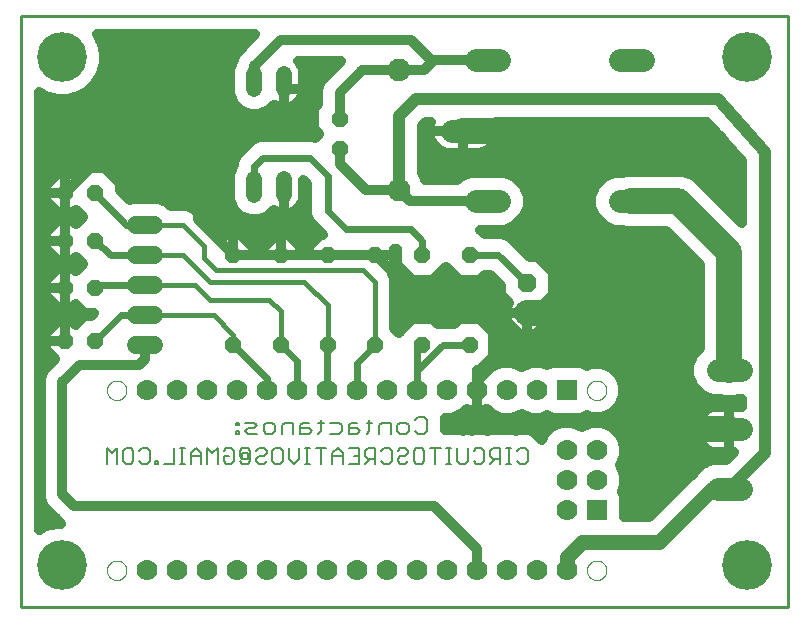
<source format=gbr>
G75*
%MOIN*%
%OFA0B0*%
%FSLAX25Y25*%
%IPPOS*%
%LPD*%
%AMOC8*
5,1,8,0,0,1.08239X$1,22.5*
%
%ADD10C,0.01000*%
%ADD11C,0.00800*%
%ADD12C,0.00700*%
%ADD13OC8,0.05600*%
%ADD14C,0.07600*%
%ADD15C,0.07800*%
%ADD16OC8,0.06299*%
%ADD17R,0.07000X0.07000*%
%ADD18C,0.07000*%
%ADD19C,0.00000*%
%ADD20C,0.05200*%
%ADD21C,0.06000*%
%ADD22C,0.02400*%
%ADD23C,0.01600*%
%ADD24C,0.03200*%
%ADD25C,0.08600*%
%ADD26C,0.05600*%
%ADD27C,0.05000*%
%ADD28C,0.04000*%
%ADD29C,0.16598*%
D10*
X0028343Y0006537D02*
X0028343Y0203387D01*
X0284249Y0203387D01*
X0284249Y0006537D01*
X0028343Y0006537D01*
D11*
X0100005Y0064024D02*
X0100972Y0064024D01*
X0100972Y0064991D01*
X0100005Y0064991D01*
X0100005Y0064024D01*
X0100005Y0066926D02*
X0100972Y0066926D01*
X0100972Y0067894D01*
X0100005Y0067894D01*
X0100005Y0066926D01*
X0103180Y0067894D02*
X0106082Y0067894D01*
X0107050Y0066926D01*
X0106082Y0065959D01*
X0104147Y0065959D01*
X0103180Y0064991D01*
X0104147Y0064024D01*
X0107050Y0064024D01*
X0109257Y0064991D02*
X0109257Y0066926D01*
X0110224Y0067894D01*
X0112159Y0067894D01*
X0113127Y0066926D01*
X0113127Y0064991D01*
X0112159Y0064024D01*
X0110224Y0064024D01*
X0109257Y0064991D01*
X0115334Y0064024D02*
X0115334Y0066926D01*
X0116301Y0067894D01*
X0119204Y0067894D01*
X0119204Y0064024D01*
X0121411Y0064024D02*
X0121411Y0066926D01*
X0122379Y0067894D01*
X0124314Y0067894D01*
X0124314Y0065959D02*
X0121411Y0065959D01*
X0121411Y0064024D02*
X0124314Y0064024D01*
X0125281Y0064991D01*
X0124314Y0065959D01*
X0127398Y0067894D02*
X0129333Y0067894D01*
X0128365Y0068861D02*
X0128365Y0064991D01*
X0127398Y0064024D01*
X0131540Y0064024D02*
X0134442Y0064024D01*
X0135410Y0064991D01*
X0135410Y0066926D01*
X0134442Y0067894D01*
X0131540Y0067894D01*
X0137617Y0066926D02*
X0137617Y0064024D01*
X0140519Y0064024D01*
X0141487Y0064991D01*
X0140519Y0065959D01*
X0137617Y0065959D01*
X0137617Y0066926D02*
X0138584Y0067894D01*
X0140519Y0067894D01*
X0143603Y0067894D02*
X0145538Y0067894D01*
X0144571Y0068861D02*
X0144571Y0064991D01*
X0143603Y0064024D01*
X0147746Y0064024D02*
X0147746Y0066926D01*
X0148713Y0067894D01*
X0151616Y0067894D01*
X0151616Y0064024D01*
X0153823Y0064991D02*
X0153823Y0066926D01*
X0154790Y0067894D01*
X0156725Y0067894D01*
X0157693Y0066926D01*
X0157693Y0064991D01*
X0156725Y0064024D01*
X0154790Y0064024D01*
X0153823Y0064991D01*
X0159900Y0064991D02*
X0160867Y0064024D01*
X0162802Y0064024D01*
X0163770Y0064991D01*
X0163770Y0068861D01*
X0162802Y0069829D01*
X0160867Y0069829D01*
X0159900Y0068861D01*
D12*
X0160241Y0059341D02*
X0159372Y0058473D01*
X0159372Y0054999D01*
X0160241Y0054131D01*
X0161977Y0054131D01*
X0162846Y0054999D01*
X0162846Y0058473D01*
X0161977Y0059341D01*
X0160241Y0059341D01*
X0157408Y0058473D02*
X0157408Y0057604D01*
X0156540Y0056736D01*
X0154803Y0056736D01*
X0153935Y0055868D01*
X0153935Y0054999D01*
X0154803Y0054131D01*
X0156540Y0054131D01*
X0157408Y0054999D01*
X0157408Y0058473D02*
X0156540Y0059341D01*
X0154803Y0059341D01*
X0153935Y0058473D01*
X0151970Y0058473D02*
X0151970Y0054999D01*
X0151102Y0054131D01*
X0149365Y0054131D01*
X0148497Y0054999D01*
X0146533Y0054131D02*
X0146533Y0059341D01*
X0143928Y0059341D01*
X0143059Y0058473D01*
X0143059Y0056736D01*
X0143928Y0055868D01*
X0146533Y0055868D01*
X0144796Y0055868D02*
X0143059Y0054131D01*
X0141095Y0054131D02*
X0137622Y0054131D01*
X0135657Y0054131D02*
X0135657Y0057604D01*
X0133920Y0059341D01*
X0132184Y0057604D01*
X0132184Y0054131D01*
X0132184Y0056736D02*
X0135657Y0056736D01*
X0139358Y0056736D02*
X0141095Y0056736D01*
X0141095Y0059341D02*
X0141095Y0054131D01*
X0141095Y0059341D02*
X0137622Y0059341D01*
X0130219Y0059341D02*
X0126746Y0059341D01*
X0128483Y0059341D02*
X0128483Y0054131D01*
X0124782Y0054131D02*
X0123045Y0054131D01*
X0123913Y0054131D02*
X0123913Y0059341D01*
X0123045Y0059341D02*
X0124782Y0059341D01*
X0121157Y0059341D02*
X0121157Y0055868D01*
X0119420Y0054131D01*
X0117683Y0055868D01*
X0117683Y0059341D01*
X0115719Y0058473D02*
X0115719Y0054999D01*
X0114851Y0054131D01*
X0113114Y0054131D01*
X0112246Y0054999D01*
X0112246Y0058473D01*
X0113114Y0059341D01*
X0114851Y0059341D01*
X0115719Y0058473D01*
X0110281Y0058473D02*
X0110281Y0057604D01*
X0109413Y0056736D01*
X0107676Y0056736D01*
X0106808Y0055868D01*
X0106808Y0054999D01*
X0107676Y0054131D01*
X0109413Y0054131D01*
X0110281Y0054999D01*
X0110281Y0058473D02*
X0109413Y0059341D01*
X0107676Y0059341D01*
X0106808Y0058473D01*
X0104843Y0058473D02*
X0103975Y0059341D01*
X0102238Y0059341D01*
X0101370Y0058473D01*
X0101370Y0056736D01*
X0102238Y0055868D01*
X0102238Y0057604D01*
X0103975Y0057604D01*
X0103975Y0055868D01*
X0102238Y0055868D01*
X0101370Y0054999D02*
X0102238Y0054131D01*
X0103975Y0054131D01*
X0104843Y0054999D01*
X0104843Y0058473D01*
X0099406Y0058473D02*
X0099406Y0054999D01*
X0098537Y0054131D01*
X0096801Y0054131D01*
X0095932Y0054999D01*
X0095932Y0056736D01*
X0097669Y0056736D01*
X0095932Y0058473D02*
X0096801Y0059341D01*
X0098537Y0059341D01*
X0099406Y0058473D01*
X0093968Y0059341D02*
X0093968Y0054131D01*
X0090495Y0054131D02*
X0090495Y0059341D01*
X0092231Y0057604D01*
X0093968Y0059341D01*
X0088530Y0057604D02*
X0086794Y0059341D01*
X0085057Y0057604D01*
X0085057Y0054131D01*
X0083093Y0054131D02*
X0081356Y0054131D01*
X0082224Y0054131D02*
X0082224Y0059341D01*
X0081356Y0059341D02*
X0083093Y0059341D01*
X0079467Y0059341D02*
X0079467Y0054131D01*
X0075994Y0054131D01*
X0074030Y0054131D02*
X0074030Y0054999D01*
X0073161Y0054999D01*
X0073161Y0054131D01*
X0074030Y0054131D01*
X0071311Y0054999D02*
X0070443Y0054131D01*
X0068706Y0054131D01*
X0067838Y0054999D01*
X0065873Y0054999D02*
X0065005Y0054131D01*
X0063268Y0054131D01*
X0062400Y0054999D01*
X0062400Y0058473D01*
X0063268Y0059341D01*
X0065005Y0059341D01*
X0065873Y0058473D01*
X0065873Y0054999D01*
X0067838Y0058473D02*
X0068706Y0059341D01*
X0070443Y0059341D01*
X0071311Y0058473D01*
X0071311Y0054999D01*
X0060436Y0054131D02*
X0060436Y0059341D01*
X0058699Y0057604D01*
X0056962Y0059341D01*
X0056962Y0054131D01*
X0085057Y0056736D02*
X0088530Y0056736D01*
X0088530Y0057604D02*
X0088530Y0054131D01*
X0148497Y0058473D02*
X0149365Y0059341D01*
X0151102Y0059341D01*
X0151970Y0058473D01*
X0164810Y0059341D02*
X0168283Y0059341D01*
X0166547Y0059341D02*
X0166547Y0054131D01*
X0170172Y0054131D02*
X0171909Y0054131D01*
X0171040Y0054131D02*
X0171040Y0059341D01*
X0170172Y0059341D02*
X0171909Y0059341D01*
X0173873Y0059341D02*
X0173873Y0054999D01*
X0174741Y0054131D01*
X0176478Y0054131D01*
X0177346Y0054999D01*
X0177346Y0059341D01*
X0179311Y0058473D02*
X0180179Y0059341D01*
X0181916Y0059341D01*
X0182784Y0058473D01*
X0182784Y0054999D01*
X0181916Y0054131D01*
X0180179Y0054131D01*
X0179311Y0054999D01*
X0184748Y0054131D02*
X0186485Y0055868D01*
X0185617Y0055868D02*
X0188222Y0055868D01*
X0188222Y0054131D02*
X0188222Y0059341D01*
X0185617Y0059341D01*
X0184748Y0058473D01*
X0184748Y0056736D01*
X0185617Y0055868D01*
X0190110Y0054131D02*
X0191847Y0054131D01*
X0190978Y0054131D02*
X0190978Y0059341D01*
X0190110Y0059341D02*
X0191847Y0059341D01*
X0193811Y0058473D02*
X0194680Y0059341D01*
X0196416Y0059341D01*
X0197285Y0058473D01*
X0197285Y0054999D01*
X0196416Y0054131D01*
X0194680Y0054131D01*
X0193811Y0054999D01*
D13*
X0177949Y0093899D03*
X0162201Y0093899D03*
X0146453Y0093899D03*
X0130705Y0093899D03*
X0114957Y0093899D03*
X0099209Y0093899D03*
X0099209Y0123899D03*
X0114957Y0123899D03*
X0130705Y0123899D03*
X0146453Y0123899D03*
X0162201Y0123899D03*
X0177949Y0123899D03*
X0134642Y0159254D03*
X0134642Y0169254D03*
X0053028Y0144332D03*
X0043028Y0144332D03*
X0043028Y0128584D03*
X0053028Y0128584D03*
X0053028Y0112836D03*
X0043028Y0112836D03*
X0043028Y0095120D03*
X0053028Y0095120D03*
D14*
X0154327Y0145277D03*
X0154327Y0185277D03*
D15*
X0179983Y0188659D02*
X0187783Y0188659D01*
X0179783Y0165159D02*
X0171983Y0165159D01*
X0179983Y0141659D02*
X0187783Y0141659D01*
X0227983Y0141659D02*
X0235783Y0141659D01*
X0235783Y0188659D02*
X0227983Y0188659D01*
X0260664Y0085292D02*
X0268464Y0085292D01*
X0268464Y0065592D02*
X0260664Y0065592D01*
X0260664Y0045892D02*
X0268464Y0045892D01*
D16*
X0197162Y0104293D03*
X0197162Y0114293D03*
D17*
X0210312Y0078663D03*
X0220312Y0038663D03*
D18*
X0210312Y0038663D03*
X0210312Y0048663D03*
X0220312Y0048663D03*
X0220312Y0058663D03*
X0210312Y0058663D03*
X0200312Y0078663D03*
X0190312Y0078663D03*
X0180312Y0078663D03*
X0170312Y0078663D03*
X0160312Y0078663D03*
X0150312Y0078663D03*
X0140312Y0078663D03*
X0130312Y0078663D03*
X0120312Y0078663D03*
X0110312Y0078663D03*
X0100312Y0078663D03*
X0090312Y0078663D03*
X0080312Y0078663D03*
X0070312Y0078663D03*
X0070312Y0018663D03*
X0080312Y0018663D03*
X0090312Y0018663D03*
X0100312Y0018663D03*
X0110312Y0018663D03*
X0120312Y0018663D03*
X0130312Y0018663D03*
X0140312Y0018663D03*
X0150312Y0018663D03*
X0160312Y0018663D03*
X0170312Y0018663D03*
X0180312Y0018663D03*
X0190312Y0018663D03*
X0200312Y0018663D03*
X0210312Y0018663D03*
D19*
X0217062Y0018663D02*
X0217064Y0018776D01*
X0217070Y0018890D01*
X0217080Y0019003D01*
X0217094Y0019115D01*
X0217111Y0019227D01*
X0217133Y0019339D01*
X0217159Y0019449D01*
X0217188Y0019559D01*
X0217221Y0019667D01*
X0217258Y0019775D01*
X0217299Y0019880D01*
X0217343Y0019985D01*
X0217391Y0020088D01*
X0217442Y0020189D01*
X0217497Y0020288D01*
X0217556Y0020385D01*
X0217618Y0020480D01*
X0217683Y0020573D01*
X0217751Y0020664D01*
X0217822Y0020752D01*
X0217897Y0020838D01*
X0217974Y0020921D01*
X0218054Y0021001D01*
X0218137Y0021078D01*
X0218223Y0021153D01*
X0218311Y0021224D01*
X0218402Y0021292D01*
X0218495Y0021357D01*
X0218590Y0021419D01*
X0218687Y0021478D01*
X0218786Y0021533D01*
X0218887Y0021584D01*
X0218990Y0021632D01*
X0219095Y0021676D01*
X0219200Y0021717D01*
X0219308Y0021754D01*
X0219416Y0021787D01*
X0219526Y0021816D01*
X0219636Y0021842D01*
X0219748Y0021864D01*
X0219860Y0021881D01*
X0219972Y0021895D01*
X0220085Y0021905D01*
X0220199Y0021911D01*
X0220312Y0021913D01*
X0220425Y0021911D01*
X0220539Y0021905D01*
X0220652Y0021895D01*
X0220764Y0021881D01*
X0220876Y0021864D01*
X0220988Y0021842D01*
X0221098Y0021816D01*
X0221208Y0021787D01*
X0221316Y0021754D01*
X0221424Y0021717D01*
X0221529Y0021676D01*
X0221634Y0021632D01*
X0221737Y0021584D01*
X0221838Y0021533D01*
X0221937Y0021478D01*
X0222034Y0021419D01*
X0222129Y0021357D01*
X0222222Y0021292D01*
X0222313Y0021224D01*
X0222401Y0021153D01*
X0222487Y0021078D01*
X0222570Y0021001D01*
X0222650Y0020921D01*
X0222727Y0020838D01*
X0222802Y0020752D01*
X0222873Y0020664D01*
X0222941Y0020573D01*
X0223006Y0020480D01*
X0223068Y0020385D01*
X0223127Y0020288D01*
X0223182Y0020189D01*
X0223233Y0020088D01*
X0223281Y0019985D01*
X0223325Y0019880D01*
X0223366Y0019775D01*
X0223403Y0019667D01*
X0223436Y0019559D01*
X0223465Y0019449D01*
X0223491Y0019339D01*
X0223513Y0019227D01*
X0223530Y0019115D01*
X0223544Y0019003D01*
X0223554Y0018890D01*
X0223560Y0018776D01*
X0223562Y0018663D01*
X0223560Y0018550D01*
X0223554Y0018436D01*
X0223544Y0018323D01*
X0223530Y0018211D01*
X0223513Y0018099D01*
X0223491Y0017987D01*
X0223465Y0017877D01*
X0223436Y0017767D01*
X0223403Y0017659D01*
X0223366Y0017551D01*
X0223325Y0017446D01*
X0223281Y0017341D01*
X0223233Y0017238D01*
X0223182Y0017137D01*
X0223127Y0017038D01*
X0223068Y0016941D01*
X0223006Y0016846D01*
X0222941Y0016753D01*
X0222873Y0016662D01*
X0222802Y0016574D01*
X0222727Y0016488D01*
X0222650Y0016405D01*
X0222570Y0016325D01*
X0222487Y0016248D01*
X0222401Y0016173D01*
X0222313Y0016102D01*
X0222222Y0016034D01*
X0222129Y0015969D01*
X0222034Y0015907D01*
X0221937Y0015848D01*
X0221838Y0015793D01*
X0221737Y0015742D01*
X0221634Y0015694D01*
X0221529Y0015650D01*
X0221424Y0015609D01*
X0221316Y0015572D01*
X0221208Y0015539D01*
X0221098Y0015510D01*
X0220988Y0015484D01*
X0220876Y0015462D01*
X0220764Y0015445D01*
X0220652Y0015431D01*
X0220539Y0015421D01*
X0220425Y0015415D01*
X0220312Y0015413D01*
X0220199Y0015415D01*
X0220085Y0015421D01*
X0219972Y0015431D01*
X0219860Y0015445D01*
X0219748Y0015462D01*
X0219636Y0015484D01*
X0219526Y0015510D01*
X0219416Y0015539D01*
X0219308Y0015572D01*
X0219200Y0015609D01*
X0219095Y0015650D01*
X0218990Y0015694D01*
X0218887Y0015742D01*
X0218786Y0015793D01*
X0218687Y0015848D01*
X0218590Y0015907D01*
X0218495Y0015969D01*
X0218402Y0016034D01*
X0218311Y0016102D01*
X0218223Y0016173D01*
X0218137Y0016248D01*
X0218054Y0016325D01*
X0217974Y0016405D01*
X0217897Y0016488D01*
X0217822Y0016574D01*
X0217751Y0016662D01*
X0217683Y0016753D01*
X0217618Y0016846D01*
X0217556Y0016941D01*
X0217497Y0017038D01*
X0217442Y0017137D01*
X0217391Y0017238D01*
X0217343Y0017341D01*
X0217299Y0017446D01*
X0217258Y0017551D01*
X0217221Y0017659D01*
X0217188Y0017767D01*
X0217159Y0017877D01*
X0217133Y0017987D01*
X0217111Y0018099D01*
X0217094Y0018211D01*
X0217080Y0018323D01*
X0217070Y0018436D01*
X0217064Y0018550D01*
X0217062Y0018663D01*
X0217062Y0078663D02*
X0217064Y0078776D01*
X0217070Y0078890D01*
X0217080Y0079003D01*
X0217094Y0079115D01*
X0217111Y0079227D01*
X0217133Y0079339D01*
X0217159Y0079449D01*
X0217188Y0079559D01*
X0217221Y0079667D01*
X0217258Y0079775D01*
X0217299Y0079880D01*
X0217343Y0079985D01*
X0217391Y0080088D01*
X0217442Y0080189D01*
X0217497Y0080288D01*
X0217556Y0080385D01*
X0217618Y0080480D01*
X0217683Y0080573D01*
X0217751Y0080664D01*
X0217822Y0080752D01*
X0217897Y0080838D01*
X0217974Y0080921D01*
X0218054Y0081001D01*
X0218137Y0081078D01*
X0218223Y0081153D01*
X0218311Y0081224D01*
X0218402Y0081292D01*
X0218495Y0081357D01*
X0218590Y0081419D01*
X0218687Y0081478D01*
X0218786Y0081533D01*
X0218887Y0081584D01*
X0218990Y0081632D01*
X0219095Y0081676D01*
X0219200Y0081717D01*
X0219308Y0081754D01*
X0219416Y0081787D01*
X0219526Y0081816D01*
X0219636Y0081842D01*
X0219748Y0081864D01*
X0219860Y0081881D01*
X0219972Y0081895D01*
X0220085Y0081905D01*
X0220199Y0081911D01*
X0220312Y0081913D01*
X0220425Y0081911D01*
X0220539Y0081905D01*
X0220652Y0081895D01*
X0220764Y0081881D01*
X0220876Y0081864D01*
X0220988Y0081842D01*
X0221098Y0081816D01*
X0221208Y0081787D01*
X0221316Y0081754D01*
X0221424Y0081717D01*
X0221529Y0081676D01*
X0221634Y0081632D01*
X0221737Y0081584D01*
X0221838Y0081533D01*
X0221937Y0081478D01*
X0222034Y0081419D01*
X0222129Y0081357D01*
X0222222Y0081292D01*
X0222313Y0081224D01*
X0222401Y0081153D01*
X0222487Y0081078D01*
X0222570Y0081001D01*
X0222650Y0080921D01*
X0222727Y0080838D01*
X0222802Y0080752D01*
X0222873Y0080664D01*
X0222941Y0080573D01*
X0223006Y0080480D01*
X0223068Y0080385D01*
X0223127Y0080288D01*
X0223182Y0080189D01*
X0223233Y0080088D01*
X0223281Y0079985D01*
X0223325Y0079880D01*
X0223366Y0079775D01*
X0223403Y0079667D01*
X0223436Y0079559D01*
X0223465Y0079449D01*
X0223491Y0079339D01*
X0223513Y0079227D01*
X0223530Y0079115D01*
X0223544Y0079003D01*
X0223554Y0078890D01*
X0223560Y0078776D01*
X0223562Y0078663D01*
X0223560Y0078550D01*
X0223554Y0078436D01*
X0223544Y0078323D01*
X0223530Y0078211D01*
X0223513Y0078099D01*
X0223491Y0077987D01*
X0223465Y0077877D01*
X0223436Y0077767D01*
X0223403Y0077659D01*
X0223366Y0077551D01*
X0223325Y0077446D01*
X0223281Y0077341D01*
X0223233Y0077238D01*
X0223182Y0077137D01*
X0223127Y0077038D01*
X0223068Y0076941D01*
X0223006Y0076846D01*
X0222941Y0076753D01*
X0222873Y0076662D01*
X0222802Y0076574D01*
X0222727Y0076488D01*
X0222650Y0076405D01*
X0222570Y0076325D01*
X0222487Y0076248D01*
X0222401Y0076173D01*
X0222313Y0076102D01*
X0222222Y0076034D01*
X0222129Y0075969D01*
X0222034Y0075907D01*
X0221937Y0075848D01*
X0221838Y0075793D01*
X0221737Y0075742D01*
X0221634Y0075694D01*
X0221529Y0075650D01*
X0221424Y0075609D01*
X0221316Y0075572D01*
X0221208Y0075539D01*
X0221098Y0075510D01*
X0220988Y0075484D01*
X0220876Y0075462D01*
X0220764Y0075445D01*
X0220652Y0075431D01*
X0220539Y0075421D01*
X0220425Y0075415D01*
X0220312Y0075413D01*
X0220199Y0075415D01*
X0220085Y0075421D01*
X0219972Y0075431D01*
X0219860Y0075445D01*
X0219748Y0075462D01*
X0219636Y0075484D01*
X0219526Y0075510D01*
X0219416Y0075539D01*
X0219308Y0075572D01*
X0219200Y0075609D01*
X0219095Y0075650D01*
X0218990Y0075694D01*
X0218887Y0075742D01*
X0218786Y0075793D01*
X0218687Y0075848D01*
X0218590Y0075907D01*
X0218495Y0075969D01*
X0218402Y0076034D01*
X0218311Y0076102D01*
X0218223Y0076173D01*
X0218137Y0076248D01*
X0218054Y0076325D01*
X0217974Y0076405D01*
X0217897Y0076488D01*
X0217822Y0076574D01*
X0217751Y0076662D01*
X0217683Y0076753D01*
X0217618Y0076846D01*
X0217556Y0076941D01*
X0217497Y0077038D01*
X0217442Y0077137D01*
X0217391Y0077238D01*
X0217343Y0077341D01*
X0217299Y0077446D01*
X0217258Y0077551D01*
X0217221Y0077659D01*
X0217188Y0077767D01*
X0217159Y0077877D01*
X0217133Y0077987D01*
X0217111Y0078099D01*
X0217094Y0078211D01*
X0217080Y0078323D01*
X0217070Y0078436D01*
X0217064Y0078550D01*
X0217062Y0078663D01*
X0057062Y0078663D02*
X0057064Y0078776D01*
X0057070Y0078890D01*
X0057080Y0079003D01*
X0057094Y0079115D01*
X0057111Y0079227D01*
X0057133Y0079339D01*
X0057159Y0079449D01*
X0057188Y0079559D01*
X0057221Y0079667D01*
X0057258Y0079775D01*
X0057299Y0079880D01*
X0057343Y0079985D01*
X0057391Y0080088D01*
X0057442Y0080189D01*
X0057497Y0080288D01*
X0057556Y0080385D01*
X0057618Y0080480D01*
X0057683Y0080573D01*
X0057751Y0080664D01*
X0057822Y0080752D01*
X0057897Y0080838D01*
X0057974Y0080921D01*
X0058054Y0081001D01*
X0058137Y0081078D01*
X0058223Y0081153D01*
X0058311Y0081224D01*
X0058402Y0081292D01*
X0058495Y0081357D01*
X0058590Y0081419D01*
X0058687Y0081478D01*
X0058786Y0081533D01*
X0058887Y0081584D01*
X0058990Y0081632D01*
X0059095Y0081676D01*
X0059200Y0081717D01*
X0059308Y0081754D01*
X0059416Y0081787D01*
X0059526Y0081816D01*
X0059636Y0081842D01*
X0059748Y0081864D01*
X0059860Y0081881D01*
X0059972Y0081895D01*
X0060085Y0081905D01*
X0060199Y0081911D01*
X0060312Y0081913D01*
X0060425Y0081911D01*
X0060539Y0081905D01*
X0060652Y0081895D01*
X0060764Y0081881D01*
X0060876Y0081864D01*
X0060988Y0081842D01*
X0061098Y0081816D01*
X0061208Y0081787D01*
X0061316Y0081754D01*
X0061424Y0081717D01*
X0061529Y0081676D01*
X0061634Y0081632D01*
X0061737Y0081584D01*
X0061838Y0081533D01*
X0061937Y0081478D01*
X0062034Y0081419D01*
X0062129Y0081357D01*
X0062222Y0081292D01*
X0062313Y0081224D01*
X0062401Y0081153D01*
X0062487Y0081078D01*
X0062570Y0081001D01*
X0062650Y0080921D01*
X0062727Y0080838D01*
X0062802Y0080752D01*
X0062873Y0080664D01*
X0062941Y0080573D01*
X0063006Y0080480D01*
X0063068Y0080385D01*
X0063127Y0080288D01*
X0063182Y0080189D01*
X0063233Y0080088D01*
X0063281Y0079985D01*
X0063325Y0079880D01*
X0063366Y0079775D01*
X0063403Y0079667D01*
X0063436Y0079559D01*
X0063465Y0079449D01*
X0063491Y0079339D01*
X0063513Y0079227D01*
X0063530Y0079115D01*
X0063544Y0079003D01*
X0063554Y0078890D01*
X0063560Y0078776D01*
X0063562Y0078663D01*
X0063560Y0078550D01*
X0063554Y0078436D01*
X0063544Y0078323D01*
X0063530Y0078211D01*
X0063513Y0078099D01*
X0063491Y0077987D01*
X0063465Y0077877D01*
X0063436Y0077767D01*
X0063403Y0077659D01*
X0063366Y0077551D01*
X0063325Y0077446D01*
X0063281Y0077341D01*
X0063233Y0077238D01*
X0063182Y0077137D01*
X0063127Y0077038D01*
X0063068Y0076941D01*
X0063006Y0076846D01*
X0062941Y0076753D01*
X0062873Y0076662D01*
X0062802Y0076574D01*
X0062727Y0076488D01*
X0062650Y0076405D01*
X0062570Y0076325D01*
X0062487Y0076248D01*
X0062401Y0076173D01*
X0062313Y0076102D01*
X0062222Y0076034D01*
X0062129Y0075969D01*
X0062034Y0075907D01*
X0061937Y0075848D01*
X0061838Y0075793D01*
X0061737Y0075742D01*
X0061634Y0075694D01*
X0061529Y0075650D01*
X0061424Y0075609D01*
X0061316Y0075572D01*
X0061208Y0075539D01*
X0061098Y0075510D01*
X0060988Y0075484D01*
X0060876Y0075462D01*
X0060764Y0075445D01*
X0060652Y0075431D01*
X0060539Y0075421D01*
X0060425Y0075415D01*
X0060312Y0075413D01*
X0060199Y0075415D01*
X0060085Y0075421D01*
X0059972Y0075431D01*
X0059860Y0075445D01*
X0059748Y0075462D01*
X0059636Y0075484D01*
X0059526Y0075510D01*
X0059416Y0075539D01*
X0059308Y0075572D01*
X0059200Y0075609D01*
X0059095Y0075650D01*
X0058990Y0075694D01*
X0058887Y0075742D01*
X0058786Y0075793D01*
X0058687Y0075848D01*
X0058590Y0075907D01*
X0058495Y0075969D01*
X0058402Y0076034D01*
X0058311Y0076102D01*
X0058223Y0076173D01*
X0058137Y0076248D01*
X0058054Y0076325D01*
X0057974Y0076405D01*
X0057897Y0076488D01*
X0057822Y0076574D01*
X0057751Y0076662D01*
X0057683Y0076753D01*
X0057618Y0076846D01*
X0057556Y0076941D01*
X0057497Y0077038D01*
X0057442Y0077137D01*
X0057391Y0077238D01*
X0057343Y0077341D01*
X0057299Y0077446D01*
X0057258Y0077551D01*
X0057221Y0077659D01*
X0057188Y0077767D01*
X0057159Y0077877D01*
X0057133Y0077987D01*
X0057111Y0078099D01*
X0057094Y0078211D01*
X0057080Y0078323D01*
X0057070Y0078436D01*
X0057064Y0078550D01*
X0057062Y0078663D01*
X0057062Y0018663D02*
X0057064Y0018776D01*
X0057070Y0018890D01*
X0057080Y0019003D01*
X0057094Y0019115D01*
X0057111Y0019227D01*
X0057133Y0019339D01*
X0057159Y0019449D01*
X0057188Y0019559D01*
X0057221Y0019667D01*
X0057258Y0019775D01*
X0057299Y0019880D01*
X0057343Y0019985D01*
X0057391Y0020088D01*
X0057442Y0020189D01*
X0057497Y0020288D01*
X0057556Y0020385D01*
X0057618Y0020480D01*
X0057683Y0020573D01*
X0057751Y0020664D01*
X0057822Y0020752D01*
X0057897Y0020838D01*
X0057974Y0020921D01*
X0058054Y0021001D01*
X0058137Y0021078D01*
X0058223Y0021153D01*
X0058311Y0021224D01*
X0058402Y0021292D01*
X0058495Y0021357D01*
X0058590Y0021419D01*
X0058687Y0021478D01*
X0058786Y0021533D01*
X0058887Y0021584D01*
X0058990Y0021632D01*
X0059095Y0021676D01*
X0059200Y0021717D01*
X0059308Y0021754D01*
X0059416Y0021787D01*
X0059526Y0021816D01*
X0059636Y0021842D01*
X0059748Y0021864D01*
X0059860Y0021881D01*
X0059972Y0021895D01*
X0060085Y0021905D01*
X0060199Y0021911D01*
X0060312Y0021913D01*
X0060425Y0021911D01*
X0060539Y0021905D01*
X0060652Y0021895D01*
X0060764Y0021881D01*
X0060876Y0021864D01*
X0060988Y0021842D01*
X0061098Y0021816D01*
X0061208Y0021787D01*
X0061316Y0021754D01*
X0061424Y0021717D01*
X0061529Y0021676D01*
X0061634Y0021632D01*
X0061737Y0021584D01*
X0061838Y0021533D01*
X0061937Y0021478D01*
X0062034Y0021419D01*
X0062129Y0021357D01*
X0062222Y0021292D01*
X0062313Y0021224D01*
X0062401Y0021153D01*
X0062487Y0021078D01*
X0062570Y0021001D01*
X0062650Y0020921D01*
X0062727Y0020838D01*
X0062802Y0020752D01*
X0062873Y0020664D01*
X0062941Y0020573D01*
X0063006Y0020480D01*
X0063068Y0020385D01*
X0063127Y0020288D01*
X0063182Y0020189D01*
X0063233Y0020088D01*
X0063281Y0019985D01*
X0063325Y0019880D01*
X0063366Y0019775D01*
X0063403Y0019667D01*
X0063436Y0019559D01*
X0063465Y0019449D01*
X0063491Y0019339D01*
X0063513Y0019227D01*
X0063530Y0019115D01*
X0063544Y0019003D01*
X0063554Y0018890D01*
X0063560Y0018776D01*
X0063562Y0018663D01*
X0063560Y0018550D01*
X0063554Y0018436D01*
X0063544Y0018323D01*
X0063530Y0018211D01*
X0063513Y0018099D01*
X0063491Y0017987D01*
X0063465Y0017877D01*
X0063436Y0017767D01*
X0063403Y0017659D01*
X0063366Y0017551D01*
X0063325Y0017446D01*
X0063281Y0017341D01*
X0063233Y0017238D01*
X0063182Y0017137D01*
X0063127Y0017038D01*
X0063068Y0016941D01*
X0063006Y0016846D01*
X0062941Y0016753D01*
X0062873Y0016662D01*
X0062802Y0016574D01*
X0062727Y0016488D01*
X0062650Y0016405D01*
X0062570Y0016325D01*
X0062487Y0016248D01*
X0062401Y0016173D01*
X0062313Y0016102D01*
X0062222Y0016034D01*
X0062129Y0015969D01*
X0062034Y0015907D01*
X0061937Y0015848D01*
X0061838Y0015793D01*
X0061737Y0015742D01*
X0061634Y0015694D01*
X0061529Y0015650D01*
X0061424Y0015609D01*
X0061316Y0015572D01*
X0061208Y0015539D01*
X0061098Y0015510D01*
X0060988Y0015484D01*
X0060876Y0015462D01*
X0060764Y0015445D01*
X0060652Y0015431D01*
X0060539Y0015421D01*
X0060425Y0015415D01*
X0060312Y0015413D01*
X0060199Y0015415D01*
X0060085Y0015421D01*
X0059972Y0015431D01*
X0059860Y0015445D01*
X0059748Y0015462D01*
X0059636Y0015484D01*
X0059526Y0015510D01*
X0059416Y0015539D01*
X0059308Y0015572D01*
X0059200Y0015609D01*
X0059095Y0015650D01*
X0058990Y0015694D01*
X0058887Y0015742D01*
X0058786Y0015793D01*
X0058687Y0015848D01*
X0058590Y0015907D01*
X0058495Y0015969D01*
X0058402Y0016034D01*
X0058311Y0016102D01*
X0058223Y0016173D01*
X0058137Y0016248D01*
X0058054Y0016325D01*
X0057974Y0016405D01*
X0057897Y0016488D01*
X0057822Y0016574D01*
X0057751Y0016662D01*
X0057683Y0016753D01*
X0057618Y0016846D01*
X0057556Y0016941D01*
X0057497Y0017038D01*
X0057442Y0017137D01*
X0057391Y0017238D01*
X0057343Y0017341D01*
X0057299Y0017446D01*
X0057258Y0017551D01*
X0057221Y0017659D01*
X0057188Y0017767D01*
X0057159Y0017877D01*
X0057133Y0017987D01*
X0057111Y0018099D01*
X0057094Y0018211D01*
X0057080Y0018323D01*
X0057070Y0018436D01*
X0057064Y0018550D01*
X0057062Y0018663D01*
D20*
X0106217Y0143817D02*
X0106217Y0149017D01*
X0116217Y0149017D02*
X0116217Y0143817D01*
X0116217Y0179017D02*
X0116217Y0184217D01*
X0106217Y0184217D02*
X0106217Y0179017D01*
D21*
X0072642Y0133663D02*
X0066642Y0133663D01*
X0066642Y0123663D02*
X0072642Y0123663D01*
X0072642Y0113663D02*
X0066642Y0113663D01*
X0066642Y0103663D02*
X0072642Y0103663D01*
X0072642Y0093663D02*
X0066642Y0093663D01*
D22*
X0069642Y0103663D02*
X0061808Y0103663D01*
X0053028Y0095120D01*
X0053028Y0112836D02*
X0053501Y0113663D01*
X0069642Y0113663D01*
X0069642Y0123663D02*
X0058304Y0123663D01*
X0053028Y0128584D01*
X0063461Y0133663D02*
X0053028Y0144332D01*
X0063461Y0133663D02*
X0069642Y0133663D01*
X0106217Y0149017D02*
X0106217Y0153309D01*
X0109052Y0156143D01*
X0124800Y0156143D01*
X0130705Y0150238D01*
X0130705Y0138427D01*
X0136611Y0132521D01*
X0158264Y0132521D01*
X0162201Y0128584D01*
X0162201Y0123899D01*
X0177949Y0123899D02*
X0187556Y0123899D01*
X0197162Y0114293D01*
X0177949Y0093899D02*
X0168934Y0093899D01*
X0160312Y0085277D01*
X0160312Y0078663D01*
X0160312Y0085277D02*
X0160312Y0092009D01*
X0162201Y0093899D01*
X0146453Y0093899D02*
X0140312Y0087757D01*
X0140312Y0078663D01*
X0130312Y0078663D02*
X0130312Y0093506D01*
X0130705Y0093899D01*
X0120312Y0088545D02*
X0120312Y0078663D01*
X0120312Y0088545D02*
X0114957Y0093899D01*
X0110312Y0082797D02*
X0110312Y0078663D01*
X0110312Y0082797D02*
X0099209Y0093899D01*
D23*
X0099209Y0097088D01*
X0092635Y0103663D01*
X0069642Y0103663D01*
X0069642Y0113663D02*
X0086572Y0113663D01*
X0091335Y0108899D01*
X0111020Y0108899D01*
X0114957Y0104962D01*
X0114957Y0093899D01*
X0130705Y0093899D02*
X0130705Y0106931D01*
X0122831Y0114805D01*
X0091335Y0114805D01*
X0082477Y0123663D01*
X0069642Y0123663D01*
X0069642Y0133663D02*
X0082320Y0133663D01*
X0089367Y0126616D01*
X0089367Y0122679D01*
X0093304Y0118742D01*
X0142516Y0118742D01*
X0146453Y0114805D01*
X0146453Y0093899D01*
D24*
X0152853Y0099379D02*
X0152853Y0116078D01*
X0151879Y0118430D01*
X0150957Y0119352D01*
X0152853Y0121248D01*
X0152853Y0123899D01*
X0146454Y0123899D01*
X0146454Y0123899D01*
X0152853Y0123899D01*
X0152853Y0125721D01*
X0153801Y0125721D01*
X0153801Y0120420D01*
X0158722Y0115499D01*
X0165681Y0115499D01*
X0170075Y0119894D01*
X0174470Y0115499D01*
X0181429Y0115499D01*
X0183029Y0117099D01*
X0184739Y0117099D01*
X0188412Y0113426D01*
X0188412Y0110669D01*
X0191202Y0107879D01*
X0190412Y0107089D01*
X0190412Y0104293D01*
X0197162Y0104293D01*
X0197162Y0104293D01*
X0181886Y0104293D01*
X0185823Y0100356D01*
X0185823Y0087246D01*
X0180312Y0081734D01*
X0180312Y0078663D01*
X0180312Y0085499D01*
X0180312Y0085499D01*
X0180312Y0078663D01*
X0180312Y0078663D01*
X0180312Y0071563D01*
X0180777Y0071563D01*
X0181700Y0071684D01*
X0182599Y0071925D01*
X0183459Y0072282D01*
X0183690Y0072415D01*
X0185157Y0070948D01*
X0188502Y0069563D01*
X0192122Y0069563D01*
X0195312Y0070884D01*
X0198502Y0069563D01*
X0202122Y0069563D01*
X0203910Y0070304D01*
X0205698Y0069563D01*
X0214926Y0069563D01*
X0216984Y0070416D01*
X0217017Y0070449D01*
X0218551Y0069813D01*
X0222072Y0069813D01*
X0225325Y0071160D01*
X0227814Y0073650D01*
X0229162Y0076903D01*
X0229162Y0080423D01*
X0227814Y0083676D01*
X0225325Y0086166D01*
X0222072Y0087513D01*
X0218551Y0087513D01*
X0217017Y0086877D01*
X0216984Y0086910D01*
X0214926Y0087763D01*
X0205698Y0087763D01*
X0203910Y0087022D01*
X0202122Y0087763D01*
X0198502Y0087763D01*
X0195312Y0086442D01*
X0192122Y0087763D01*
X0188502Y0087763D01*
X0185157Y0086378D01*
X0183690Y0084911D01*
X0183459Y0085044D01*
X0182599Y0085401D01*
X0181700Y0085641D01*
X0181586Y0085656D01*
X0186349Y0090420D01*
X0186349Y0097379D01*
X0181429Y0102299D01*
X0174470Y0102299D01*
X0172870Y0100699D01*
X0167581Y0100699D01*
X0167369Y0100611D01*
X0165681Y0102299D01*
X0158722Y0102299D01*
X0154327Y0097905D01*
X0152853Y0099379D01*
X0152938Y0099294D02*
X0155717Y0099294D01*
X0152853Y0102492D02*
X0190412Y0102492D01*
X0190412Y0101497D02*
X0194366Y0097543D01*
X0197162Y0097543D01*
X0197162Y0104293D01*
X0190412Y0104293D01*
X0190412Y0101497D01*
X0192616Y0099294D02*
X0184434Y0099294D01*
X0186349Y0096095D02*
X0254664Y0096095D01*
X0254664Y0099294D02*
X0201708Y0099294D01*
X0199958Y0097543D02*
X0203912Y0101497D01*
X0203912Y0104293D01*
X0203912Y0107089D01*
X0203122Y0107879D01*
X0205912Y0110669D01*
X0205912Y0117917D01*
X0200786Y0123043D01*
X0198029Y0123043D01*
X0191408Y0129664D01*
X0188908Y0130699D01*
X0183029Y0130699D01*
X0181569Y0132159D01*
X0189672Y0132159D01*
X0193164Y0133605D01*
X0195836Y0136278D01*
X0197283Y0139769D01*
X0197283Y0143549D01*
X0195836Y0147040D01*
X0193164Y0149713D01*
X0189672Y0151159D01*
X0178093Y0151159D01*
X0174601Y0149713D01*
X0173748Y0148859D01*
X0163018Y0148859D01*
X0162296Y0150602D01*
X0161927Y0150971D01*
X0161927Y0166775D01*
X0163381Y0168228D01*
X0165136Y0168228D01*
X0164865Y0167575D01*
X0164611Y0166625D01*
X0164483Y0165651D01*
X0164483Y0165159D01*
X0164483Y0164667D01*
X0164611Y0163693D01*
X0164865Y0162743D01*
X0165242Y0161835D01*
X0165733Y0160983D01*
X0166332Y0160203D01*
X0167027Y0159508D01*
X0167807Y0158910D01*
X0168658Y0158418D01*
X0169567Y0158042D01*
X0170516Y0157787D01*
X0171491Y0157659D01*
X0175882Y0157659D01*
X0175882Y0165159D01*
X0164483Y0165159D01*
X0175882Y0165159D01*
X0175882Y0165159D01*
X0175883Y0165159D01*
X0175883Y0165159D01*
X0187283Y0165159D01*
X0187283Y0165651D01*
X0187154Y0166625D01*
X0186900Y0167575D01*
X0186629Y0168228D01*
X0257214Y0168228D01*
X0268775Y0155222D01*
X0268775Y0134437D01*
X0253160Y0150052D01*
X0249521Y0151559D01*
X0229913Y0151559D01*
X0228948Y0151159D01*
X0226093Y0151159D01*
X0222601Y0149713D01*
X0219929Y0147040D01*
X0218483Y0143549D01*
X0218483Y0139769D01*
X0219929Y0136278D01*
X0222601Y0133605D01*
X0226093Y0132159D01*
X0228948Y0132159D01*
X0229913Y0131759D01*
X0243451Y0131759D01*
X0254664Y0120547D01*
X0254664Y0092727D01*
X0252610Y0090673D01*
X0251164Y0087182D01*
X0251164Y0083402D01*
X0252610Y0079911D01*
X0255282Y0077238D01*
X0258774Y0075792D01*
X0261629Y0075792D01*
X0262594Y0075392D01*
X0266533Y0075392D01*
X0267499Y0075792D01*
X0268775Y0075792D01*
X0268775Y0073092D01*
X0264564Y0073092D01*
X0264564Y0065592D01*
X0264564Y0058092D01*
X0266016Y0058092D01*
X0263316Y0055392D01*
X0258774Y0055392D01*
X0255282Y0053946D01*
X0252610Y0051273D01*
X0252598Y0051245D01*
X0237644Y0036291D01*
X0229412Y0036291D01*
X0229412Y0043277D01*
X0228671Y0045065D01*
X0229412Y0046853D01*
X0229412Y0050473D01*
X0228090Y0053663D01*
X0229412Y0056853D01*
X0229412Y0060473D01*
X0228026Y0063818D01*
X0225466Y0066378D01*
X0222122Y0067763D01*
X0218502Y0067763D01*
X0215312Y0066442D01*
X0212122Y0067763D01*
X0208502Y0067763D01*
X0205157Y0066378D01*
X0202597Y0063818D01*
X0201940Y0062232D01*
X0200655Y0063517D01*
X0199787Y0064385D01*
X0197600Y0065291D01*
X0194667Y0065291D01*
X0193496Y0065291D01*
X0193263Y0065195D01*
X0193030Y0065291D01*
X0185630Y0065291D01*
X0184433Y0065291D01*
X0183928Y0065082D01*
X0183766Y0065015D01*
X0183099Y0065291D01*
X0180166Y0065291D01*
X0178995Y0065291D01*
X0178763Y0065195D01*
X0178530Y0065291D01*
X0176163Y0065291D01*
X0175610Y0065062D01*
X0175056Y0065291D01*
X0169770Y0065291D01*
X0169770Y0069563D01*
X0172122Y0069563D01*
X0175466Y0070948D01*
X0176933Y0072415D01*
X0177165Y0072282D01*
X0178025Y0071925D01*
X0178924Y0071684D01*
X0179846Y0071563D01*
X0180312Y0071563D01*
X0180312Y0078663D01*
X0180312Y0078663D01*
X0180312Y0080103D02*
X0180312Y0080103D01*
X0180312Y0083301D02*
X0180312Y0083301D01*
X0182429Y0086500D02*
X0185452Y0086500D01*
X0185628Y0089698D02*
X0252206Y0089698D01*
X0254664Y0092897D02*
X0186349Y0092897D01*
X0195171Y0086500D02*
X0195452Y0086500D01*
X0197162Y0097543D02*
X0199958Y0097543D01*
X0197162Y0097543D02*
X0197162Y0104293D01*
X0203912Y0104293D01*
X0197162Y0104293D01*
X0197162Y0104293D01*
X0197162Y0104293D01*
X0197162Y0102492D02*
X0197162Y0102492D01*
X0197162Y0099294D02*
X0197162Y0099294D01*
X0203912Y0102492D02*
X0254664Y0102492D01*
X0254664Y0105691D02*
X0203912Y0105691D01*
X0204132Y0108889D02*
X0254664Y0108889D01*
X0254664Y0112088D02*
X0205912Y0112088D01*
X0205912Y0115286D02*
X0254664Y0115286D01*
X0254664Y0118485D02*
X0205344Y0118485D01*
X0202145Y0121683D02*
X0253527Y0121683D01*
X0250328Y0124882D02*
X0196190Y0124882D01*
X0192991Y0128080D02*
X0247130Y0128080D01*
X0243931Y0131279D02*
X0182449Y0131279D01*
X0194036Y0134477D02*
X0221729Y0134477D01*
X0219350Y0137676D02*
X0196415Y0137676D01*
X0197283Y0140874D02*
X0218483Y0140874D01*
X0218700Y0144073D02*
X0197065Y0144073D01*
X0195605Y0147272D02*
X0220160Y0147272D01*
X0224429Y0150470D02*
X0191336Y0150470D01*
X0184738Y0159508D02*
X0183958Y0158910D01*
X0183107Y0158418D01*
X0182199Y0158042D01*
X0181249Y0157787D01*
X0180274Y0157659D01*
X0175883Y0157659D01*
X0175883Y0165159D01*
X0187283Y0165159D01*
X0187283Y0164667D01*
X0187154Y0163693D01*
X0186900Y0162743D01*
X0186524Y0161835D01*
X0186032Y0160983D01*
X0185433Y0160203D01*
X0184738Y0159508D01*
X0185296Y0160066D02*
X0264470Y0160066D01*
X0261626Y0163264D02*
X0187039Y0163264D01*
X0187176Y0166463D02*
X0258783Y0166463D01*
X0267313Y0156867D02*
X0161927Y0156867D01*
X0161927Y0153669D02*
X0268775Y0153669D01*
X0268775Y0150470D02*
X0252150Y0150470D01*
X0255940Y0147272D02*
X0268775Y0147272D01*
X0268775Y0144073D02*
X0259139Y0144073D01*
X0262337Y0140874D02*
X0268775Y0140874D01*
X0268775Y0137676D02*
X0265536Y0137676D01*
X0268734Y0134477D02*
X0268775Y0134477D01*
X0251164Y0086500D02*
X0224518Y0086500D01*
X0227970Y0083301D02*
X0251206Y0083301D01*
X0252530Y0080103D02*
X0229162Y0080103D01*
X0229162Y0076904D02*
X0256089Y0076904D01*
X0258248Y0072709D02*
X0259197Y0072964D01*
X0260172Y0073092D01*
X0264564Y0073092D01*
X0264564Y0065592D01*
X0264564Y0065592D01*
X0264564Y0065592D01*
X0264564Y0058092D01*
X0260172Y0058092D01*
X0259197Y0058220D01*
X0258248Y0058475D01*
X0257339Y0058851D01*
X0256488Y0059343D01*
X0255708Y0059941D01*
X0255013Y0060636D01*
X0254414Y0061416D01*
X0253923Y0062268D01*
X0253546Y0063176D01*
X0253292Y0064126D01*
X0253164Y0065101D01*
X0253164Y0065592D01*
X0264564Y0065592D01*
X0264564Y0065592D01*
X0253164Y0065592D01*
X0253164Y0066084D01*
X0253292Y0067058D01*
X0253546Y0068008D01*
X0253923Y0068916D01*
X0254414Y0069768D01*
X0255013Y0070548D01*
X0255708Y0071243D01*
X0256488Y0071842D01*
X0257339Y0072333D01*
X0258248Y0072709D01*
X0254982Y0070507D02*
X0223748Y0070507D01*
X0223218Y0067309D02*
X0253359Y0067309D01*
X0253296Y0064110D02*
X0227734Y0064110D01*
X0229230Y0060912D02*
X0254802Y0060912D01*
X0256656Y0054515D02*
X0228443Y0054515D01*
X0229062Y0051316D02*
X0252653Y0051316D01*
X0249471Y0048118D02*
X0229412Y0048118D01*
X0228731Y0044919D02*
X0246273Y0044919D01*
X0243074Y0041721D02*
X0229412Y0041721D01*
X0229412Y0038522D02*
X0239876Y0038522D01*
X0229412Y0057713D02*
X0265637Y0057713D01*
X0264564Y0060912D02*
X0264564Y0060912D01*
X0264564Y0064110D02*
X0264564Y0064110D01*
X0264564Y0067309D02*
X0264564Y0067309D01*
X0264564Y0070507D02*
X0264564Y0070507D01*
X0268775Y0073706D02*
X0227837Y0073706D01*
X0217405Y0067309D02*
X0213218Y0067309D01*
X0207405Y0067309D02*
X0169770Y0067309D01*
X0174401Y0070507D02*
X0186222Y0070507D01*
X0184433Y0065291D02*
X0184433Y0065291D01*
X0184433Y0065291D01*
X0178995Y0065291D02*
X0178995Y0065291D01*
X0178995Y0065291D01*
X0180312Y0073706D02*
X0180312Y0073706D01*
X0180312Y0076904D02*
X0180312Y0076904D01*
X0194401Y0070507D02*
X0196222Y0070507D01*
X0193496Y0065291D02*
X0193496Y0065291D01*
X0193496Y0065291D01*
X0200062Y0064110D02*
X0202890Y0064110D01*
X0166138Y0040002D02*
X0180312Y0025828D01*
X0180312Y0018663D01*
X0166138Y0040002D02*
X0046060Y0040002D01*
X0042123Y0043939D01*
X0042123Y0081340D01*
X0048028Y0087246D01*
X0067713Y0087246D01*
X0069642Y0089175D01*
X0069642Y0093663D01*
X0052852Y0104436D02*
X0051910Y0103520D01*
X0049549Y0103520D01*
X0046614Y0100585D01*
X0045679Y0101520D01*
X0043028Y0101520D01*
X0040377Y0101520D01*
X0036628Y0097771D01*
X0036628Y0095120D01*
X0043028Y0095120D01*
X0043028Y0101520D01*
X0043028Y0095120D01*
X0043028Y0095120D01*
X0043028Y0095120D01*
X0043028Y0112836D01*
X0043028Y0112836D01*
X0043028Y0106436D01*
X0040377Y0106436D01*
X0036628Y0110185D01*
X0036628Y0112836D01*
X0043028Y0112836D01*
X0043028Y0112836D01*
X0043028Y0106436D01*
X0045679Y0106436D01*
X0046614Y0107371D01*
X0049549Y0104436D01*
X0052852Y0104436D01*
X0048294Y0105691D02*
X0034443Y0105691D01*
X0034443Y0108889D02*
X0037924Y0108889D01*
X0043028Y0108889D02*
X0043028Y0108889D01*
X0043028Y0112088D02*
X0043028Y0112088D01*
X0043028Y0112836D02*
X0043028Y0128584D01*
X0043028Y0128584D01*
X0043028Y0122184D01*
X0040377Y0122184D01*
X0036628Y0125933D01*
X0036628Y0128584D01*
X0043028Y0128584D01*
X0043028Y0128584D01*
X0043028Y0122184D01*
X0045679Y0122184D01*
X0046614Y0123119D01*
X0049023Y0120710D01*
X0046614Y0118301D01*
X0045679Y0119236D01*
X0043028Y0119236D01*
X0040377Y0119236D01*
X0036628Y0115487D01*
X0036628Y0112836D01*
X0043028Y0112836D01*
X0043028Y0119236D01*
X0043028Y0112836D01*
X0043028Y0112836D01*
X0043028Y0115286D02*
X0043028Y0115286D01*
X0043028Y0118485D02*
X0043028Y0118485D01*
X0039626Y0118485D02*
X0034443Y0118485D01*
X0034443Y0121683D02*
X0048050Y0121683D01*
X0046798Y0118485D02*
X0046430Y0118485D01*
X0043028Y0124882D02*
X0043028Y0124882D01*
X0043028Y0128080D02*
X0043028Y0128080D01*
X0043028Y0128584D02*
X0043028Y0144332D01*
X0043028Y0144332D01*
X0043028Y0137932D01*
X0040377Y0137932D01*
X0036628Y0141681D01*
X0036628Y0144332D01*
X0043028Y0144332D01*
X0043028Y0144332D01*
X0043028Y0137932D01*
X0045679Y0137932D01*
X0046614Y0138867D01*
X0049023Y0136458D01*
X0046614Y0134049D01*
X0045679Y0134984D01*
X0043028Y0134984D01*
X0040377Y0134984D01*
X0036628Y0131235D01*
X0036628Y0128584D01*
X0043028Y0128584D01*
X0043028Y0134984D01*
X0043028Y0128584D01*
X0043028Y0128584D01*
X0043028Y0131279D02*
X0043028Y0131279D01*
X0043028Y0134477D02*
X0043028Y0134477D01*
X0039870Y0134477D02*
X0034443Y0134477D01*
X0034443Y0137676D02*
X0047805Y0137676D01*
X0047042Y0134477D02*
X0046186Y0134477D01*
X0043028Y0140874D02*
X0043028Y0140874D01*
X0043028Y0144073D02*
X0043028Y0144073D01*
X0043028Y0144332D02*
X0062713Y0164017D01*
X0095272Y0164017D01*
X0087398Y0156143D01*
X0087398Y0135710D01*
X0099209Y0123899D01*
X0107083Y0123899D01*
X0116217Y0133033D01*
X0116217Y0149017D01*
X0116217Y0149017D01*
X0116217Y0137617D01*
X0115729Y0137617D01*
X0114765Y0137770D01*
X0113837Y0138072D01*
X0112968Y0138515D01*
X0112703Y0138707D01*
X0110862Y0136866D01*
X0107848Y0135617D01*
X0104586Y0135617D01*
X0101572Y0136866D01*
X0099266Y0139172D01*
X0098017Y0142186D01*
X0098017Y0150648D01*
X0099266Y0153662D01*
X0099417Y0153814D01*
X0099417Y0154661D01*
X0100452Y0157161D01*
X0103287Y0159995D01*
X0105200Y0161908D01*
X0107699Y0162943D01*
X0126152Y0162943D01*
X0126365Y0162855D01*
X0127763Y0164254D01*
X0126242Y0165774D01*
X0126242Y0172733D01*
X0127442Y0173933D01*
X0127442Y0179229D01*
X0128539Y0181875D01*
X0130564Y0183901D01*
X0134977Y0188313D01*
X0120889Y0188313D01*
X0120946Y0188256D01*
X0121520Y0187467D01*
X0121963Y0186597D01*
X0122265Y0185669D01*
X0122417Y0184705D01*
X0122417Y0179017D01*
X0116217Y0179017D01*
X0116217Y0179017D01*
X0116217Y0172817D01*
X0115729Y0172817D01*
X0114765Y0172970D01*
X0113837Y0173272D01*
X0112968Y0173715D01*
X0112703Y0173907D01*
X0110862Y0172066D01*
X0107848Y0170817D01*
X0104586Y0170817D01*
X0101572Y0172066D01*
X0099266Y0174372D01*
X0098017Y0177386D01*
X0098017Y0185848D01*
X0099266Y0188862D01*
X0099306Y0188903D01*
X0100113Y0190852D01*
X0102139Y0192877D01*
X0106549Y0197287D01*
X0053738Y0197287D01*
X0055075Y0194973D01*
X0056022Y0191438D01*
X0056022Y0187778D01*
X0055075Y0184243D01*
X0053245Y0181074D01*
X0050657Y0178486D01*
X0047488Y0176656D01*
X0043953Y0175709D01*
X0040293Y0175709D01*
X0036758Y0176656D01*
X0034443Y0177992D01*
X0034443Y0031932D01*
X0036758Y0033269D01*
X0040293Y0034216D01*
X0041663Y0034216D01*
X0039956Y0035923D01*
X0036019Y0039860D01*
X0034923Y0042506D01*
X0034923Y0082772D01*
X0036019Y0085419D01*
X0038044Y0087444D01*
X0039849Y0089248D01*
X0036628Y0092469D01*
X0036628Y0095120D01*
X0043028Y0095120D01*
X0043028Y0096095D02*
X0043028Y0096095D01*
X0043028Y0099294D02*
X0043028Y0099294D01*
X0038151Y0099294D02*
X0034443Y0099294D01*
X0034443Y0102492D02*
X0048522Y0102492D01*
X0036628Y0096095D02*
X0034443Y0096095D01*
X0034443Y0092897D02*
X0036628Y0092897D01*
X0034443Y0089698D02*
X0039399Y0089698D01*
X0037100Y0086500D02*
X0034443Y0086500D01*
X0034443Y0083301D02*
X0035142Y0083301D01*
X0034923Y0080103D02*
X0034443Y0080103D01*
X0034443Y0076904D02*
X0034923Y0076904D01*
X0034923Y0073706D02*
X0034443Y0073706D01*
X0034443Y0070507D02*
X0034923Y0070507D01*
X0034923Y0067309D02*
X0034443Y0067309D01*
X0034443Y0064110D02*
X0034923Y0064110D01*
X0034923Y0060912D02*
X0034443Y0060912D01*
X0034443Y0057713D02*
X0034923Y0057713D01*
X0034923Y0054515D02*
X0034443Y0054515D01*
X0034443Y0051316D02*
X0034923Y0051316D01*
X0034923Y0048118D02*
X0034443Y0048118D01*
X0034443Y0044919D02*
X0034923Y0044919D01*
X0035248Y0041721D02*
X0034443Y0041721D01*
X0034443Y0038522D02*
X0037357Y0038522D01*
X0034443Y0035324D02*
X0040555Y0035324D01*
X0034777Y0032125D02*
X0034443Y0032125D01*
X0034443Y0112088D02*
X0036628Y0112088D01*
X0036628Y0115286D02*
X0034443Y0115286D01*
X0034443Y0124882D02*
X0037680Y0124882D01*
X0036628Y0128080D02*
X0034443Y0128080D01*
X0034443Y0131279D02*
X0036672Y0131279D01*
X0037435Y0140874D02*
X0034443Y0140874D01*
X0034443Y0144073D02*
X0036628Y0144073D01*
X0036628Y0144332D02*
X0043028Y0144332D01*
X0043028Y0150732D01*
X0040377Y0150732D01*
X0036628Y0146983D01*
X0036628Y0144332D01*
X0036916Y0147272D02*
X0034443Y0147272D01*
X0034443Y0150470D02*
X0040115Y0150470D01*
X0043028Y0150470D02*
X0043028Y0150470D01*
X0043028Y0150732D02*
X0043028Y0144332D01*
X0043028Y0144332D01*
X0043028Y0147272D02*
X0043028Y0147272D01*
X0043028Y0150732D02*
X0045679Y0150732D01*
X0046614Y0149797D01*
X0049549Y0152732D01*
X0056508Y0152732D01*
X0061428Y0147812D01*
X0061428Y0145468D01*
X0064669Y0142154D01*
X0064932Y0142263D01*
X0074353Y0142263D01*
X0077514Y0140954D01*
X0078405Y0140063D01*
X0083593Y0140063D01*
X0085945Y0139089D01*
X0092992Y0132041D01*
X0094792Y0130241D01*
X0095293Y0129033D01*
X0096558Y0130299D01*
X0099209Y0130299D01*
X0099209Y0125142D01*
X0099209Y0125142D01*
X0099209Y0130299D01*
X0101860Y0130299D01*
X0105609Y0126550D01*
X0105609Y0125142D01*
X0108557Y0125142D01*
X0108557Y0126550D01*
X0112306Y0130299D01*
X0114957Y0130299D01*
X0114957Y0125142D01*
X0114957Y0125142D01*
X0114957Y0130299D01*
X0117608Y0130299D01*
X0121357Y0126550D01*
X0121357Y0125142D01*
X0124305Y0125142D01*
X0124305Y0126550D01*
X0128054Y0130299D01*
X0129216Y0130299D01*
X0124941Y0134575D01*
X0123905Y0137074D01*
X0123905Y0147421D01*
X0122417Y0148909D01*
X0122417Y0143329D01*
X0122265Y0142365D01*
X0121963Y0141437D01*
X0121520Y0140568D01*
X0120946Y0139778D01*
X0120256Y0139088D01*
X0119467Y0138515D01*
X0118597Y0138072D01*
X0117669Y0137770D01*
X0116705Y0137617D01*
X0116217Y0137617D01*
X0116217Y0149017D01*
X0116217Y0147272D02*
X0116217Y0147272D01*
X0116217Y0144073D02*
X0116217Y0144073D01*
X0116217Y0140874D02*
X0116217Y0140874D01*
X0116217Y0137676D02*
X0116217Y0137676D01*
X0115359Y0137676D02*
X0111672Y0137676D01*
X0117075Y0137676D02*
X0123905Y0137676D01*
X0123905Y0140874D02*
X0121676Y0140874D01*
X0122417Y0144073D02*
X0123905Y0144073D01*
X0123905Y0147272D02*
X0122417Y0147272D01*
X0134642Y0154175D02*
X0143540Y0145277D01*
X0154327Y0145277D01*
X0157946Y0141659D01*
X0183883Y0141659D01*
X0176429Y0150470D02*
X0162351Y0150470D01*
X0161927Y0160066D02*
X0166469Y0160066D01*
X0164726Y0163264D02*
X0161927Y0163264D01*
X0161927Y0166463D02*
X0164589Y0166463D01*
X0175882Y0163264D02*
X0175883Y0163264D01*
X0175882Y0160066D02*
X0175883Y0160066D01*
X0162757Y0185277D02*
X0154327Y0185277D01*
X0142123Y0185277D01*
X0134642Y0177797D01*
X0134642Y0169254D01*
X0126242Y0169661D02*
X0034443Y0169661D01*
X0034443Y0166463D02*
X0126242Y0166463D01*
X0126774Y0163264D02*
X0034443Y0163264D01*
X0034443Y0160066D02*
X0103357Y0160066D01*
X0100331Y0156867D02*
X0034443Y0156867D01*
X0034443Y0153669D02*
X0099272Y0153669D01*
X0098017Y0150470D02*
X0058770Y0150470D01*
X0061428Y0147272D02*
X0098017Y0147272D01*
X0098017Y0144073D02*
X0062793Y0144073D01*
X0077593Y0140874D02*
X0098561Y0140874D01*
X0100762Y0137676D02*
X0087358Y0137676D01*
X0090556Y0134477D02*
X0125038Y0134477D01*
X0128237Y0131279D02*
X0093755Y0131279D01*
X0099209Y0128080D02*
X0099209Y0128080D01*
X0104079Y0128080D02*
X0110088Y0128080D01*
X0114957Y0128080D02*
X0114957Y0128080D01*
X0114957Y0123899D02*
X0130705Y0123899D01*
X0146453Y0123899D01*
X0166060Y0104293D01*
X0181886Y0104293D01*
X0190412Y0105691D02*
X0152853Y0105691D01*
X0152853Y0108889D02*
X0190192Y0108889D01*
X0188412Y0112088D02*
X0152853Y0112088D01*
X0152853Y0115286D02*
X0186552Y0115286D01*
X0171484Y0118485D02*
X0168666Y0118485D01*
X0155736Y0118485D02*
X0151824Y0118485D01*
X0152853Y0121683D02*
X0153801Y0121683D01*
X0153801Y0124882D02*
X0152853Y0124882D01*
X0125836Y0128080D02*
X0119827Y0128080D01*
X0114957Y0123899D02*
X0107083Y0123899D01*
X0134642Y0154175D02*
X0134642Y0159254D01*
X0126369Y0172860D02*
X0116972Y0172860D01*
X0116705Y0172817D02*
X0117669Y0172970D01*
X0118597Y0173272D01*
X0119467Y0173715D01*
X0120256Y0174288D01*
X0120946Y0174978D01*
X0121520Y0175768D01*
X0121963Y0176637D01*
X0122265Y0177565D01*
X0122417Y0178529D01*
X0122417Y0179017D01*
X0116217Y0179017D01*
X0116217Y0172817D01*
X0116705Y0172817D01*
X0116217Y0172860D02*
X0116217Y0172860D01*
X0116217Y0173151D02*
X0107083Y0164017D01*
X0095272Y0164017D01*
X0100778Y0172860D02*
X0034443Y0172860D01*
X0034443Y0176058D02*
X0038989Y0176058D01*
X0045257Y0176058D02*
X0098567Y0176058D01*
X0098017Y0179257D02*
X0051428Y0179257D01*
X0054042Y0182455D02*
X0098017Y0182455D01*
X0098017Y0185654D02*
X0055453Y0185654D01*
X0056022Y0188852D02*
X0099261Y0188852D01*
X0101312Y0192051D02*
X0055858Y0192051D01*
X0054915Y0195249D02*
X0104511Y0195249D01*
X0106217Y0186773D02*
X0106217Y0179017D01*
X0106217Y0186773D02*
X0114957Y0195513D01*
X0158264Y0195513D01*
X0165119Y0188659D01*
X0166138Y0188659D01*
X0162757Y0185277D01*
X0166138Y0188659D02*
X0183883Y0188659D01*
X0132317Y0185654D02*
X0122267Y0185654D01*
X0122417Y0182455D02*
X0129118Y0182455D01*
X0127454Y0179257D02*
X0122417Y0179257D01*
X0121668Y0176058D02*
X0127442Y0176058D01*
X0116217Y0176058D02*
X0116217Y0176058D01*
X0116217Y0173151D02*
X0116217Y0179017D01*
X0116217Y0179017D01*
X0115462Y0172860D02*
X0111656Y0172860D01*
X0047287Y0150470D02*
X0045941Y0150470D01*
D25*
X0175883Y0165159D02*
X0202398Y0165159D01*
X0213383Y0154175D01*
X0213383Y0104293D01*
X0197162Y0104293D01*
X0214052Y0104293D02*
X0252753Y0065592D01*
X0264564Y0065592D01*
X0264564Y0085292D02*
X0264564Y0124647D01*
X0247552Y0141659D01*
X0231883Y0141659D01*
D26*
X0214052Y0104293D02*
X0213383Y0104293D01*
D27*
X0258701Y0045892D02*
X0240999Y0028191D01*
X0215351Y0028191D01*
X0210312Y0023151D01*
X0210312Y0018663D01*
X0258701Y0045892D02*
X0264564Y0045892D01*
D28*
X0276375Y0057703D01*
X0276375Y0158112D01*
X0260627Y0175828D01*
X0160233Y0175828D01*
X0154327Y0169923D01*
X0154327Y0145277D01*
D29*
X0042123Y0189608D03*
X0042123Y0020317D03*
X0270469Y0020317D03*
X0270469Y0189608D03*
M02*

</source>
